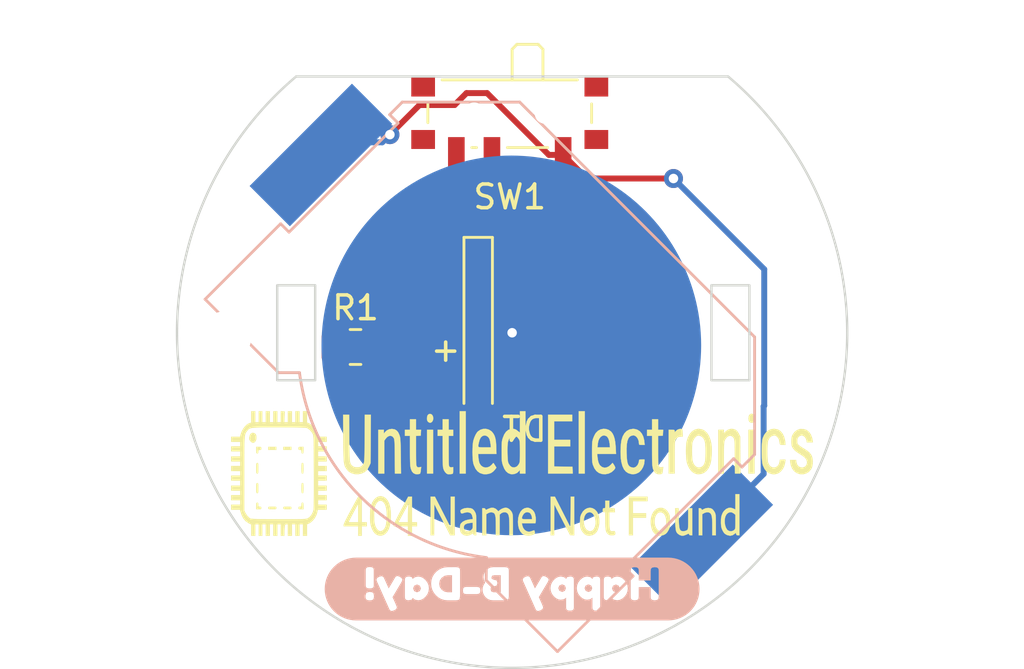
<source format=kicad_pcb>
(kicad_pcb (version 20211014) (generator pcbnew)
  (layers (0 "F.Cu" signal) (31 "B.Cu" signal) (34 "B.Paste" user) (35 "F.Paste" user) (36 "B.SilkS" user "B.Silkscreen") (37 "F.SilkS" user "F.Silkscreen") (38 "B.Mask" user) (39 "F.Mask" user) (44 "Edge.Cuts" user))
  (net 0 "")
  (net 1 "Net-(BT1-Pad1)")
  (net 2 "Net-(BT1-Pad2)")
  (net 3 "Net-(D1-Pad2)")
  (net 4 "Net-(R1-Pad1)")
  (footprint "cafebabe:UELogoSmall" (layer "F.Cu") (at 158.6 97)
    (fp_text reference "Ref**" hide)
    (fp_text value "Val**" hide)
  )
  (footprint "Resistor_SMD:R_0805_2012Metric" (layer "F.Cu") (at 151.5 91.9)
    (fp_text reference "R1" (at 0 -1.65) (layer "F.SilkS"))
    (fp_text value "R_Small")
    (pad "1" smd roundrect (at -0.9125 0) (size 1.025 1.4) (layers "F.Cu" "F.Paste" "F.Mask") (roundrect_rratio 0.243902439) (net 4 "Net-(R1-Pad1)"))
    (pad "2" smd roundrect (at 0.9125 0) (size 1.025 1.4) (layers "F.Cu" "F.Paste" "F.Mask") (roundrect_rratio 0.243902439) (net 3 "Net-(D1-Pad2)"))
  )
  (footprint "BadgePirates:SW_SPDT_PCM12" (layer "F.Cu") (at 158 82.375 180)
    (fp_text reference "SW1" (at 0 -3.2) (layer "F.SilkS"))
    (fp_text value "SW_SPST")
    (pad "" smd rect locked (at -3.65 1.43 180) (size 1 0.8) (layers "F.Cu" "F.Paste" "F.Mask"))
    (pad "" np_thru_hole circle locked (at -1.5 0.33 180) (size 0.9 0.9) (drill 0.9) (layers *.Cu *.Mask))
    (pad "" smd rect locked (at -3.65 -0.78 180) (size 1 0.8) (layers "F.Cu" "F.Paste" "F.Mask"))
    (pad "" smd rect locked (at 3.65 -0.78 180) (size 1 0.8) (layers "F.Cu" "F.Paste" "F.Mask"))
    (pad "" np_thru_hole circle locked (at 1.5 0.33 180) (size 0.9 0.9) (drill 0.9) (layers *.Cu *.Mask))
    (pad "" smd rect locked (at 3.65 1.43 180) (size 1 0.8) (layers "F.Cu" "F.Paste" "F.Mask"))
    (pad "1" smd rect locked (at -2.25 -1.43 180) (size 0.7 1.5) (layers "F.Cu" "F.Paste" "F.Mask") (net 1 "Net-(BT1-Pad1)"))
    (pad "2" smd rect locked (at 0.75 -1.43 180) (size 0.7 1.5) (layers "F.Cu" "F.Paste" "F.Mask") (net 4 "Net-(R1-Pad1)"))
    (pad "3" smd rect locked (at 2.25 -1.43 180) (size 0.7 1.5) (layers "F.Cu" "F.Paste" "F.Mask"))
  )
  (footprint "Tests:RGBFlashLED" (layer "F.Cu") (at 159.17 90.88 180)
    (fp_text reference "D1" (at 0.6 -4.4 180 unlocked) (layer "F.SilkS"))
    (fp_text value "LED")
    (pad "1" smd rect (at 0 0 180) (size 1 7) (layers "F.Cu" "F.Paste" "F.Mask") (net 2 "Net-(BT1-Pad2)"))
    (pad "2" smd rect (at 2.5 0 180) (size 1 7) (layers "F.Cu" "F.Paste" "F.Mask") (net 3 "Net-(D1-Pad2)"))
  )
  (footprint "MountingHole:MountingHole_2.2mm_M2" (layer "F.Cu") (at 170.2 91.4)
    (fp_text reference "REF**" hide)
    (fp_text value "MountingHole_2.2mm_M2")
    (pad "" np_thru_hole circle (at 0 0) (size 2.2 2.2) (drill 2.2) (layers *.Cu *.Mask))
  )
  (footprint "MountingHole:MountingHole_2.2mm_M2" (layer "F.Cu") (at 146 91.5)
    (fp_text reference "REF**" hide)
    (fp_text value "MountingHole_2.2mm_M2")
    (pad "" np_thru_hole circle (at 0 0) (size 2.2 2.2) (drill 2.2) (layers *.Cu *.Mask))
  )
  (footprint "ZoeBirthdayRing:CR2032-MY-2032-12" (layer "B.Cu") (at 158.066917 91.833084 135)
    (fp_text reference "BT1" hide)
    (fp_text value "Battery_Cell")
    (pad "1" smd rect (at -11.35 0 135) (size 2.4 6.1) (layers "B.Cu" "B.Paste" "B.Mask") (net 1 "Net-(BT1-Pad1)"))
    (pad "1" smd rect (at 11.35 0 135) (size 2.4 6.1) (layers "B.Cu" "B.Paste" "B.Mask") (net 1 "Net-(BT1-Pad1)"))
    (pad "2" smd circle (at 0 0 135) (size 16 16) (layers "B.Cu" "B.Paste" "B.Mask") (net 2 "Net-(BT1-Pad2)"))
  )
  (footprint "kibuzzard-636FCE78" (layer "B.Cu") (at 158.1 102.1 180)
    (fp_text reference "kibuzzard-636FCE78" hide)
    (fp_text value "G***" hide)
  )
  (gr_rect (start 148.2 89.3) (end 149.8 93.3) (layer "Edge.Cuts") (width 0.1) (fill none))
  (gr_rect (start 166.5 89.3) (end 168.1 93.3) (layer "Edge.Cuts") (width 0.1) (fill none))
  (gr_line (start 149 80.5) (end 167.199998 80.5) (layer "Edge.Cuts") (width 0.1))
  (gr_arc (start 167.199998 80.5) (mid 158.099999 105.422674) (end 149 80.5) (layer "Edge.Cuts") (width 0.1))
  (gr_text "+" (at 155.3 92) (layer "F.SilkS") (effects (font (size 1 1))))
  (segment (start 164.9 84.8) (end 161.245 84.8) (width 0.25) (layer "F.Cu") (net 1))
  (segment (start 155.674999 81.703273) (end 156.178272 81.2) (width 0.25) (layer "F.Cu") (net 1))
  (segment (start 157.045 81.2) (end 159.65 83.805) (width 0.25) (layer "F.Cu") (net 1))
  (segment (start 156.178272 81.2) (end 157.045 81.2) (width 0.25) (layer "F.Cu") (net 1))
  (segment (start 161.245 84.8) (end 160.25 83.805) (width 0.25) (layer "F.Cu") (net 1))
  (segment (start 159.65 83.805) (end 160.25 83.805) (width 0.25) (layer "F.Cu") (net 1))
  (segment (start 154.196727 81.703273) (end 155.674999 81.703273) (width 0.25) (layer "F.Cu") (net 1))
  (segment (start 152.95 82.95) (end 154.196727 81.703273) (width 0.25) (layer "F.Cu") (net 1))
  (via (at 152.95 82.95) (size 0.8) (drill 0.4) (layers "F.Cu" "B.Cu") (net 1))
  (via (at 164.9 84.8) (size 0.8) (drill 0.4) (layers "F.Cu" "B.Cu") (net 1))
  (segment (start 168.724999 88.624999) (end 168.724999 94.375001) (width 0.25) (layer "B.Cu") (net 1))
  (segment (start 152.95 82.95) (end 152.625662 83.274338) (width 0.25) (layer "B.Cu") (net 1))
  (segment (start 168.7 97.251325) (end 166.092579 99.858746) (width 0.25) (layer "B.Cu") (net 1))
  (segment (start 168.724999 94.375001) (end 168.7 94.4) (width 0.25) (layer "B.Cu") (net 1))
  (segment (start 168.7 94.4) (end 168.7 97.251325) (width 0.25) (layer "B.Cu") (net 1))
  (segment (start 152.625662 83.274338) (end 150.074338 83.274338) (width 0.25) (layer "B.Cu") (net 1))
  (segment (start 164.9 84.8) (end 168.724999 88.624999) (width 0.25) (layer "B.Cu") (net 1))
  (segment (start 159.17 90.88) (end 158.52 90.88) (width 0.25) (layer "F.Cu") (net 2))
  (segment (start 158.52 90.88) (end 158.1 91.3) (width 0.25) (layer "F.Cu") (net 2))
  (via (at 158.1 91.3) (size 0.8) (drill 0.4) (layers "F.Cu" "B.Cu") (net 2))
  (segment (start 153.4325 90.88) (end 156.67 90.88) (width 0.25) (layer "F.Cu") (net 3))
  (segment (start 152.4125 91.9) (end 153.4325 90.88) (width 0.25) (layer "F.Cu") (net 3))
  (segment (start 157.25 83.805) (end 157.25 84.205) (width 0.25) (layer "F.Cu") (net 4))
  (segment (start 150.5875 90.8675) (end 150.5875 91.9) (width 0.25) (layer "F.Cu") (net 4))
  (segment (start 157.25 84.205) (end 150.5875 90.8675) (width 0.25) (layer "F.Cu") (net 4))
)
</source>
